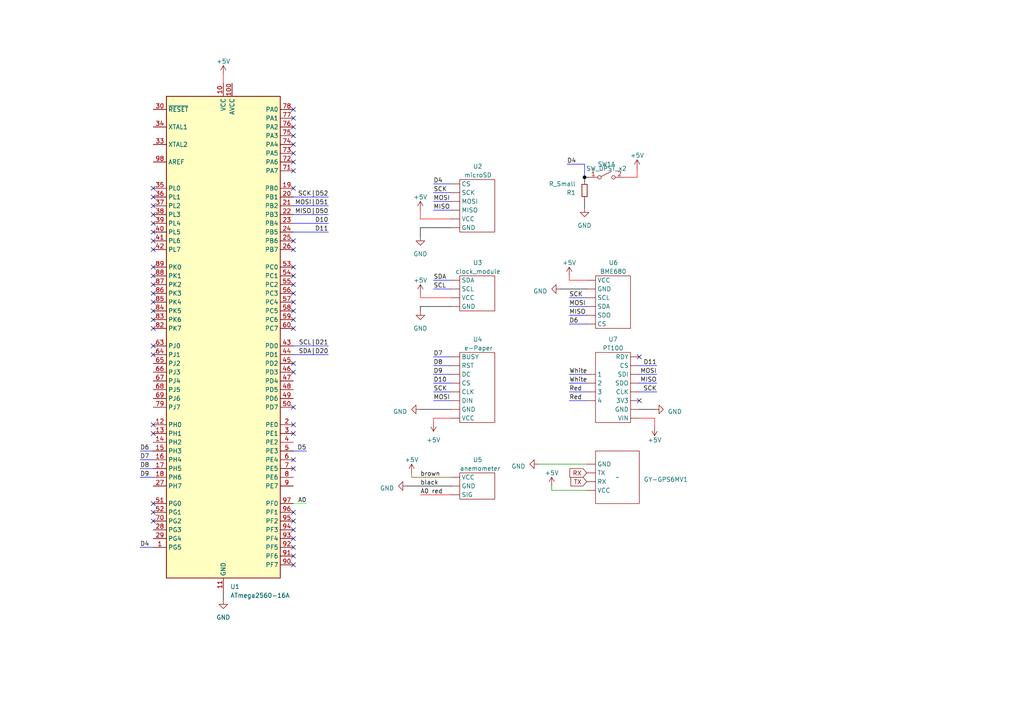
<source format=kicad_sch>
(kicad_sch (version 20230121) (generator eeschema)
  (paper "A4")
  (lib_symbols
    (symbol "Device:R_Small" (pin_numbers hide) (pin_names (offset 0.254) hide)
      (property "Reference" "R" (at 0.762 0.508 0))
      (property "Value" "R_Small" (at 0.762 -1.016 0))
      (symbol "R_Small_0_1"
        (rectangle (start -0.762 1.778) (end 0.762 -1.778) (stroke (width 0.2032)))
      )
      (symbol "R_Small_1_1"
        (pin passive line (at 0 2.54 270) (length 0.762) (name "~") (number "1"))
        (pin passive line (at 0 -2.54 90) (length 0.762) (name "~") (number "2"))
      )
    )
    (symbol "GPS:GY-GPS6MV2"
      (property "Reference" "GY-GPS6MV2" (at 5.08 0 90))
      (symbol "GY-GPS6MV2_0_1"
        (rectangle (start -6.35 7.62) (end 6.35 -7.62))
      )
      (symbol "GY-GPS6MV2_1_1"
        (pin power_in line (at -8.89 3.81 0) (length 2.54) (name "GND") (number ""))
        (pin input line (at -8.89 -1.27 0) (length 2.54) (name "RX") (number ""))
        (pin output line (at -8.89 1.27 0) (length 2.54) (name "TX") (number ""))
        (pin power_in line (at -8.89 -3.81 0) (length 2.54) (name "VCC") (number ""))
      )
    )
    (symbol "MCU_Microchip_ATmega:ATmega2560-16A"
      (property "Reference" "U" (at 0 1.27 0))
      (property "Value" "ATmega2560-16A" (at 0 -1.27 0))
      (symbol "ATmega2560-16A_0_1"
        (rectangle (start -16.51 -69.85) (end 16.51 69.85) (stroke (width 0.254)) (fill (type background)))
      )
      (symbol "ATmega2560-16A_1_1"
        (pin bidirectional line (at -20.32 -60.96 0) (length 3.81) (name "PG5") (number "1"))
        (pin power_in line (at 0 73.66 270) (length 3.81) (name "VCC") (number "10"))
        (pin power_in line (at 2.54 73.66 270) (length 3.81) (name "AVCC") (number "100"))
        (pin power_in line (at 0 -73.66 90) (length 3.81) (name "GND") (number "11"))
        (pin bidirectional line (at -20.32 -25.4 0) (length 3.81) (name "PH0") (number "12"))
        (pin bidirectional line (at -20.32 -27.94 0) (length 3.81) (name "PH1") (number "13"))
        (pin bidirectional line (at -20.32 -30.48 0) (length 3.81) (name "PH2") (number "14"))
        (pin bidirectional line (at -20.32 -33.02 0) (length 3.81) (name "PH3") (number "15"))
        (pin bidirectional line (at -20.32 -35.56 0) (length 3.81) (name "PH4") (number "16"))
        (pin bidirectional line (at -20.32 -38.1 0) (length 3.81) (name "PH5") (number "17"))
        (pin bidirectional line (at -20.32 -40.64 0) (length 3.81) (name "PH6") (number "18"))
        (pin bidirectional line (at 20.32 43.18 180) (length 3.81) (name "PB0") (number "19"))
        (pin bidirectional line (at 20.32 -25.4 180) (length 3.81) (name "PE0") (number "2"))
        (pin bidirectional line (at 20.32 40.64 180) (length 3.81) (name "PB1") (number "20"))
        (pin bidirectional line (at 20.32 38.1 180) (length 3.81) (name "PB2") (number "21"))
        (pin bidirectional line (at 20.32 35.56 180) (length 3.81) (name "PB3") (number "22"))
        (pin bidirectional line (at 20.32 33.02 180) (length 3.81) (name "PB4") (number "23"))
        (pin bidirectional line (at 20.32 30.48 180) (length 3.81) (name "PB5") (number "24"))
        (pin bidirectional line (at 20.32 27.94 180) (length 3.81) (name "PB6") (number "25"))
        (pin bidirectional line (at 20.32 25.4 180) (length 3.81) (name "PB7") (number "26"))
        (pin bidirectional line (at -20.32 -43.18 0) (length 3.81) (name "PH7") (number "27"))
        (pin bidirectional line (at -20.32 -55.88 0) (length 3.81) (name "PG3") (number "28"))
        (pin bidirectional line (at -20.32 -58.42 0) (length 3.81) (name "PG4") (number "29"))
        (pin bidirectional line (at 20.32 -27.94 180) (length 3.81) (name "PE1") (number "3"))
        (pin input line (at -20.32 66.04 0) (length 3.81) (name "~{RESET}") (number "30"))
        (pin passive line (at 0 73.66 270) (length 3.81) hide (name "VCC") (number "31"))
        (pin passive line (at 0 -73.66 90) (length 3.81) hide (name "GND") (number "32"))
        (pin output line (at -20.32 55.88 0) (length 3.81) (name "XTAL2") (number "33"))
        (pin input line (at -20.32 60.96 0) (length 3.81) (name "XTAL1") (number "34"))
        (pin bidirectional line (at -20.32 43.18 0) (length 3.81) (name "PL0") (number "35"))
        (pin bidirectional line (at -20.32 40.64 0) (length 3.81) (name "PL1") (number "36"))
        (pin bidirectional line (at -20.32 38.1 0) (length 3.81) (name "PL2") (number "37"))
        (pin bidirectional line (at -20.32 35.56 0) (length 3.81) (name "PL3") (number "38"))
        (pin bidirectional line (at -20.32 33.02 0) (length 3.81) (name "PL4") (number "39"))
        (pin bidirectional line (at 20.32 -30.48 180) (length 3.81) (name "PE2") (number "4"))
        (pin bidirectional line (at -20.32 30.48 0) (length 3.81) (name "PL5") (number "40"))
        (pin bidirectional line (at -20.32 27.94 0) (length 3.81) (name "PL6") (number "41"))
        (pin bidirectional line (at -20.32 25.4 0) (length 3.81) (name "PL7") (number "42"))
        (pin bidirectional line (at 20.32 -2.54 180) (length 3.81) (name "PD0") (number "43"))
        (pin bidirectional line (at 20.32 -5.08 180) (length 3.81) (name "PD1") (number "44"))
        (pin bidirectional line (at 20.32 -7.62 180) (length 3.81) (name "PD2") (number "45"))
        (pin bidirectional line (at 20.32 -10.16 180) (length 3.81) (name "PD3") (number "46"))
        (pin bidirectional line (at 20.32 -12.7 180) (length 3.81) (name "PD4") (number "47"))
        (pin bidirectional line (at 20.32 -15.24 180) (length 3.81) (name "PD5") (number "48"))
        (pin bidirectional line (at 20.32 -17.78 180) (length 3.81) (name "PD6") (number "49"))
        (pin bidirectional line (at 20.32 -33.02 180) (length 3.81) (name "PE3") (number "5"))
        (pin bidirectional line (at 20.32 -20.32 180) (length 3.81) (name "PD7") (number "50"))
        (pin bidirectional line (at -20.32 -48.26 0) (length 3.81) (name "PG0") (number "51"))
        (pin bidirectional line (at -20.32 -50.8 0) (length 3.81) (name "PG1") (number "52"))
        (pin bidirectional line (at 20.32 20.32 180) (length 3.81) (name "PC0") (number "53"))
        (pin bidirectional line (at 20.32 17.78 180) (length 3.81) (name "PC1") (number "54"))
        (pin bidirectional line (at 20.32 15.24 180) (length 3.81) (name "PC2") (number "55"))
        (pin bidirectional line (at 20.32 12.7 180) (length 3.81) (name "PC3") (number "56"))
        (pin bidirectional line (at 20.32 10.16 180) (length 3.81) (name "PC4") (number "57"))
        (pin bidirectional line (at 20.32 7.62 180) (length 3.81) (name "PC5") (number "58"))
        (pin bidirectional line (at 20.32 5.08 180) (length 3.81) (name "PC6") (number "59"))
        (pin bidirectional line (at 20.32 -35.56 180) (length 3.81) (name "PE4") (number "6"))
        (pin bidirectional line (at 20.32 2.54 180) (length 3.81) (name "PC7") (number "60"))
        (pin passive line (at 0 73.66 270) (length 3.81) hide (name "VCC") (number "61"))
        (pin passive line (at 0 -73.66 90) (length 3.81) hide (name "GND") (number "62"))
        (pin bidirectional line (at -20.32 -2.54 0) (length 3.81) (name "PJ0") (number "63"))
        (pin bidirectional line (at -20.32 -5.08 0) (length 3.81) (name "PJ1") (number "64"))
        (pin bidirectional line (at -20.32 -7.62 0) (length 3.81) (name "PJ2") (number "65"))
        (pin bidirectional line (at -20.32 -10.16 0) (length 3.81) (name "PJ3") (number "66"))
        (pin bidirectional line (at -20.32 -12.7 0) (length 3.81) (name "PJ4") (number "67"))
        (pin bidirectional line (at -20.32 -15.24 0) (length 3.81) (name "PJ5") (number "68"))
        (pin bidirectional line (at -20.32 -17.78 0) (length 3.81) (name "PJ6") (number "69"))
        (pin bidirectional line (at 20.32 -38.1 180) (length 3.81) (name "PE5") (number "7"))
        (pin bidirectional line (at -20.32 -53.34 0) (length 3.81) (name "PG2") (number "70"))
        (pin bidirectional line (at 20.32 48.26 180) (length 3.81) (name "PA7") (number "71"))
        (pin bidirectional line (at 20.32 50.8 180) (length 3.81) (name "PA6") (number "72"))
        (pin bidirectional line (at 20.32 53.34 180) (length 3.81) (name "PA5") (number "73"))
        (pin bidirectional line (at 20.32 55.88 180) (length 3.81) (name "PA4") (number "74"))
        (pin bidirectional line (at 20.32 58.42 180) (length 3.81) (name "PA3") (number "75"))
        (pin bidirectional line (at 20.32 60.96 180) (length 3.81) (name "PA2") (number "76"))
        (pin bidirectional line (at 20.32 63.5 180) (length 3.81) (name "PA1") (number "77"))
        (pin bidirectional line (at 20.32 66.04 180) (length 3.81) (name "PA0") (number "78"))
        (pin bidirectional line (at -20.32 -20.32 0) (length 3.81) (name "PJ7") (number "79"))
        (pin bidirectional line (at 20.32 -40.64 180) (length 3.81) (name "PE6") (number "8"))
        (pin passive line (at 0 73.66 270) (length 3.81) hide (name "VCC") (number "80"))
        (pin passive line (at 0 -73.66 90) (length 3.81) hide (name "GND") (number "81"))
        (pin bidirectional line (at -20.32 2.54 0) (length 3.81) (name "PK7") (number "82"))
        (pin bidirectional line (at -20.32 5.08 0) (length 3.81) (name "PK6") (number "83"))
        (pin bidirectional line (at -20.32 7.62 0) (length 3.81) (name "PK5") (number "84"))
        (pin bidirectional line (at -20.32 10.16 0) (length 3.81) (name "PK4") (number "85"))
        (pin bidirectional line (at -20.32 12.7 0) (length 3.81) (name "PK3") (number "86"))
        (pin bidirectional line (at -20.32 15.24 0) (length 3.81) (name "PK2") (number "87"))
        (pin bidirectional line (at -20.32 17.78 0) (length 3.81) (name "PK1") (number "88"))
        (pin bidirectional line (at -20.32 20.32 0) (length 3.81) (name "PK0") (number "89"))
        (pin bidirectional line (at 20.32 -43.18 180) (length 3.81) (name "PE7") (number "9"))
        (pin bidirectional line (at 20.32 -66.04 180) (length 3.81) (name "PF7") (number "90"))
        (pin bidirectional line (at 20.32 -63.5 180) (length 3.81) (name "PF6") (number "91"))
        (pin bidirectional line (at 20.32 -60.96 180) (length 3.81) (name "PF5") (number "92"))
        (pin bidirectional line (at 20.32 -58.42 180) (length 3.81) (name "PF4") (number "93"))
        (pin bidirectional line (at 20.32 -55.88 180) (length 3.81) (name "PF3") (number "94"))
        (pin bidirectional line (at 20.32 -53.34 180) (length 3.81) (name "PF2") (number "95"))
        (pin bidirectional line (at 20.32 -50.8 180) (length 3.81) (name "PF1") (number "96"))
        (pin bidirectional line (at 20.32 -48.26 180) (length 3.81) (name "PF0") (number "97"))
        (pin passive line (at -20.32 50.8 0) (length 3.81) (name "AREF") (number "98"))
        (pin passive line (at 0 -73.66 90) (length 3.81) hide (name "GND") (number "99"))
      )
    )
    (symbol "Switch:SW_DPST_x2" (pin_names (offset 0) hide)
      (property "Reference" "SW" (at 0 3.175 0))
      (property "Value" "SW_DPST_x2" (at 0 -2.54 0))
      (symbol "SW_DPST_x2_0_0"
        (circle (center -2.032 0) (radius 0.508))
        (polyline (pts (xy -1.524 0.254) (xy 1.524 1.778)))
        (circle (center 2.032 0) (radius 0.508))
      )
      (symbol "SW_DPST_x2_1_1"
        (pin passive line (at -5.08 0 0) (length 2.54) (name "A") (number "1"))
        (pin passive line (at 5.08 0 180) (length 2.54) (name "B") (number "2"))
      )
      (symbol "SW_DPST_x2_2_1"
        (pin passive line (at -5.08 0 0) (length 2.54) (name "A") (number "3"))
        (pin passive line (at 5.08 0 180) (length 2.54) (name "B") (number "4"))
      )
    )
    (symbol "custom_components:BME680" (pin_numbers hide)
      (property "Reference" "U" (at 0 12.7 0))
      (property "Value" "BME680" (at 0 10.16 0))
      (symbol "BME680_0_1"
        (rectangle (start -5.08 8.89) (end 5.08 -6.35))
      )
      (symbol "BME680_1_1"
        (pin input line (at -7.62 7.62 0) (length 2.54) (name "VCC") (number "1"))
        (pin input line (at -7.62 5.08 0) (length 2.54) (name "GND") (number "2"))
        (pin input line (at -7.62 2.54 0) (length 2.54) (name "SCL") (number "3"))
        (pin input line (at -7.62 0 0) (length 2.54) (name "SDA") (number "4"))
        (pin input line (at -7.62 -2.54 0) (length 2.54) (name "SDO") (number "5"))
        (pin input line (at -7.62 -5.08 0) (length 2.54) (name "CS") (number "6"))
      )
    )
    (symbol "custom_components:anemometer" (pin_numbers hide)
      (property "Reference" "U" (at 0 7.62 0))
      (property "Value" "anemometer" (at 0 5.08 0))
      (symbol "anemometer_0_1"
        (rectangle (start -5.08 3.81) (end 5.08 -3.81))
      )
      (symbol "anemometer_1_1"
        (pin input line (at -7.62 2.54 0) (length 2.54) (name "VCC") (number "1"))
        (pin input line (at -7.62 0 0) (length 2.54) (name "GND") (number "2"))
        (pin output line (at -7.62 -2.54 0) (length 2.54) (name "SIG") (number "3"))
      )
    )
    (symbol "custom_components:clock_module" (pin_numbers hide)
      (property "Reference" "U" (at 0 8.89 0))
      (property "Value" "clock_module" (at 0 6.35 0))
      (symbol "clock_module_0_1"
        (rectangle (start -5.08 5.08) (end 5.08 -5.08))
      )
      (symbol "clock_module_1_1"
        (pin bidirectional line (at -7.62 3.81 0) (length 2.54) (name "SDA") (number "1"))
        (pin input line (at -7.62 1.27 0) (length 2.54) (name "SCL") (number "2"))
        (pin input line (at -7.62 -1.27 0) (length 2.54) (name "VCC") (number "3"))
        (pin input line (at -7.62 -3.81 0) (length 2.54) (name "GND") (number "4"))
      )
    )
    (symbol "custom_components:e-Paper" (pin_numbers hide)
      (property "Reference" "U" (at 0 13.97 0))
      (property "Value" "e-Paper" (at 0 11.43 0))
      (symbol "e-Paper_1_1"
        (rectangle (start -5.08 10.16) (end 5.08 -10.16))
        (pin input line (at -7.62 8.89 0) (length 2.54) (name "BUSY") (number "1"))
        (pin input line (at -7.62 6.35 0) (length 2.54) (name "RST") (number "2"))
        (pin input line (at -7.62 3.81 0) (length 2.54) (name "DC") (number "3"))
        (pin input line (at -7.62 1.27 0) (length 2.54) (name "CS") (number "4"))
        (pin input line (at -7.62 -1.27 0) (length 2.54) (name "CLK") (number "5"))
        (pin input line (at -7.62 -3.81 0) (length 2.54) (name "DIN") (number "6"))
        (pin input line (at -7.62 -6.35 0) (length 2.54) (name "GND") (number "7"))
        (pin input line (at -7.62 -8.89 0) (length 2.54) (name "VCC") (number "8"))
      )
    )
    (symbol "custom_components:microSD" (pin_numbers hide)
      (property "Reference" "U" (at 0 11.43 0))
      (property "Value" "microSD" (at 0 8.89 0))
      (symbol "microSD_0_1"
        (rectangle (start -5.08 7.62) (end 5.08 -7.62))
      )
      (symbol "microSD_1_1"
        (pin input line (at -7.62 6.35 0) (length 2.54) (name "CS") (number "1"))
        (pin input line (at -7.62 3.81 0) (length 2.54) (name "SCK") (number "2"))
        (pin input line (at -7.62 1.27 0) (length 2.54) (name "MOSI") (number "3"))
        (pin output line (at -7.62 -1.27 0) (length 2.54) (name "MISO") (number "4"))
        (pin input line (at -7.62 -3.81 0) (length 2.54) (name "VCC") (number "5"))
        (pin input line (at -7.62 -6.35 0) (length 2.54) (name "GND") (number "6"))
      )
    )
    (symbol "custom_components:temperature_inside_pot" (pin_numbers hide)
      (property "Reference" "U" (at 0 11.43 0))
      (property "Value" "PT100" (at 0 8.89 0))
      (symbol "temperature_inside_pot_0_1"
        (rectangle (start -6.35 1.27) (end -6.35 1.27))
        (rectangle (start -5.08 7.62) (end 5.08 -12.7))
      )
      (symbol "temperature_inside_pot_1_1"
        (pin input line (at -7.62 1.27 0) (length 2.54) (name "1") (number "1"))
        (pin input line (at 7.62 -6.35 180) (length 2.54) (name "3V3") (number "10"))
        (pin input line (at 7.62 -8.89 180) (length 2.54) (name "GND") (number "11"))
        (pin input line (at 7.62 -11.43 180) (length 2.54) (name "VIN") (number "12"))
        (pin input line (at -7.62 -1.27 0) (length 2.54) (name "2") (number "2"))
        (pin input line (at -7.62 -3.81 0) (length 2.54) (name "3") (number "3"))
        (pin input line (at -7.62 -6.35 0) (length 2.54) (name "4") (number "4"))
        (pin input line (at 7.62 6.35 180) (length 2.54) (name "RDY") (number "5"))
        (pin input line (at 7.62 3.81 180) (length 2.54) (name "CS") (number "6"))
        (pin input line (at 7.62 1.27 180) (length 2.54) (name "SDI") (number "7"))
        (pin input line (at 7.62 -1.27 180) (length 2.54) (name "SDO") (number "8"))
        (pin input line (at 7.62 -3.81 180) (length 2.54) (name "CLK") (number "9"))
      )
    )
    (symbol "power:+5V" (power) (pin_names (offset 0))
      (property "Value" "+5V" (at 0 3.556 0))
      (symbol "+5V_0_1"
        (polyline (pts (xy -0.762 1.27) (xy 0 2.54)))
        (polyline (pts (xy 0 0) (xy 0 2.54)))
        (polyline (pts (xy 0 2.54) (xy 0.762 1.27)))
      )
      (symbol "+5V_1_1"
        (pin power_in line (at 0 0 90) (length 0) hide (name "+5V") (number "1"))
      )
    )
    (symbol "power:GND" (power) (pin_names (offset 0))
      (property "Value" "GND" (at 0 -3.81 0))
      (symbol "GND_0_1"
        (polyline (pts (xy 0 0) (xy 0 -1.27) (xy 1.27 -1.27) (xy 0 -2.54) (xy -1.27 -1.27) (xy 0 -1.27)))
      )
      (symbol "GND_1_1"
        (pin power_in line (at 0 0 270) (length 0) hide (name "GND") (number "1"))
      )
    )
  )
  (junction (at 169.545 51.435) (color 0 0 0 1))
  (no_connect (at 85.09 44.45))
  (no_connect (at 85.09 87.63))
  (no_connect (at 44.45 59.69))
  (no_connect (at 44.45 57.15))
  (no_connect (at 85.09 153.67))
  (no_connect (at 85.09 148.59))
  (no_connect (at 85.09 151.13))
  (no_connect (at 44.45 82.55))
  (no_connect (at 85.09 158.75))
  (no_connect (at 85.09 135.89))
  (no_connect (at 85.09 72.39))
  (no_connect (at 44.45 54.61))
  (no_connect (at 85.09 82.55))
  (no_connect (at 85.09 46.99))
  (no_connect (at 85.09 118.11))
  (no_connect (at 85.09 95.25))
  (no_connect (at 85.09 90.17))
  (no_connect (at 44.45 100.33))
  (no_connect (at 85.09 107.95))
  (no_connect (at 85.09 133.35))
  (no_connect (at 85.09 31.75))
  (no_connect (at 85.09 161.29))
  (no_connect (at 85.09 92.71))
  (no_connect (at 85.09 36.83))
  (no_connect (at 44.45 148.59))
  (no_connect (at 44.45 90.17))
  (no_connect (at 44.45 87.63))
  (no_connect (at 85.09 85.09))
  (no_connect (at 85.09 77.47))
  (no_connect (at 85.09 34.29))
  (no_connect (at 44.45 64.77))
  (no_connect (at 85.09 125.73))
  (no_connect (at 44.45 95.25))
  (no_connect (at 44.45 146.05))
  (no_connect (at 44.45 72.39))
  (no_connect (at 85.09 49.53))
  (no_connect (at 185.42 116.205))
  (no_connect (at 44.45 62.23))
  (no_connect (at 44.45 85.09))
  (no_connect (at 44.45 69.85))
  (no_connect (at 185.42 103.505))
  (no_connect (at 44.45 80.01))
  (no_connect (at 85.09 39.37))
  (no_connect (at 85.09 105.41))
  (no_connect (at 85.09 163.83))
  (no_connect (at 85.09 156.21))
  (no_connect (at 85.09 69.85))
  (no_connect (at 44.45 92.71))
  (no_connect (at 85.09 54.61))
  (no_connect (at 44.45 151.13))
  (no_connect (at 44.45 102.87))
  (no_connect (at 44.45 125.73))
  (no_connect (at 44.45 123.19))
  (no_connect (at 44.45 77.47))
  (no_connect (at 85.09 41.91))
  (no_connect (at 85.09 80.01))
  (no_connect (at 44.45 67.31))
  (no_connect (at 85.09 123.19))
  (wire (pts (xy 125.73 116.205) (xy 130.81 116.205)) (stroke (width 0) (color 0 0 255 1)))
  (wire (pts (xy 162.56 83.82) (xy 170.18 83.82)) (stroke (width 0) (color 0 0 0 1)))
  (wire (pts (xy 165.1 81.28) (xy 165.1 80.01)) (stroke (width 0) (color 255 0 0 1)))
  (wire (pts (xy 164.465 47.625) (xy 169.545 47.625)) (stroke (width 0) (color 0 0 255 1)))
  (wire (pts (xy 121.92 66.04) (xy 130.81 66.04)) (stroke (width 0) (color 0 0 0 1)))
  (wire (pts (xy 125.73 81.28) (xy 130.81 81.28)) (stroke (width 0) (color 0 0 255 1)))
  (wire (pts (xy 185.42 111.125) (xy 190.5 111.125)) (stroke (width 0) (color 0 0 255 1)))
  (wire (pts (xy 121.92 86.36) (xy 121.92 85.09)) (stroke (width 0) (color 255 0 0 1)))
  (wire (pts (xy 85.09 102.87) (xy 95.25 102.87)) (stroke (width 0) (color 0 0 255 1)))
  (wire (pts (xy 121.92 88.9) (xy 130.81 88.9)) (stroke (width 0) (color 0 0 0 1)))
  (wire (pts (xy 85.09 59.69) (xy 95.25 59.69)) (stroke (width 0) (color 0 0 255 1)))
  (wire (pts (xy 165.1 113.665) (xy 170.18 113.665)) (stroke (width 0) (color 0 0 255 1)))
  (wire (pts (xy 169.545 60.325) (xy 169.545 57.785)) (stroke (width 0) (color 0 0 0 1)))
  (wire (pts (xy 165.1 86.36) (xy 170.18 86.36)) (stroke (width 0) (color 0 0 255 1)))
  (wire (pts (xy 85.09 64.77) (xy 95.25 64.77)) (stroke (width 0) (color 0 0 255 1)))
  (wire (pts (xy 64.77 171.45) (xy 64.77 173.99)) (stroke (width 0) (color 0 0 0 1)))
  (wire (pts (xy 169.545 47.625) (xy 169.545 51.435)) (stroke (width 0) (color 0 0 255 1)))
  (wire (pts (xy 180.975 51.435) (xy 184.785 51.435)) (stroke (width 0) (color 255 0 0 1)))
  (wire (pts (xy 165.1 93.98) (xy 170.18 93.98)) (stroke (width 0) (color 0 0 255 1)))
  (wire (pts (xy 121.92 88.9) (xy 121.92 90.17)) (stroke (width 0) (color 0 0 0 1)))
  (wire (pts (xy 125.73 121.285) (xy 130.81 121.285)) (stroke (width 0) (color 255 0 0 1)))
  (wire (pts (xy 121.92 63.5) (xy 130.81 63.5)) (stroke (width 0) (color 255 0 0 1)))
  (wire (pts (xy 125.73 58.42) (xy 130.81 58.42)) (stroke (width 0) (color 0 0 255 1)))
  (wire (pts (xy 85.09 100.33) (xy 95.25 100.33)) (stroke (width 0) (color 0 0 255 1)))
  (wire (pts (xy 85.09 67.31) (xy 95.25 67.31)) (stroke (width 0) (color 0 0 255 1)))
  (wire (pts (xy 185.42 121.285) (xy 189.865 121.285)) (stroke (width 0) (color 255 0 0 1)))
  (wire (pts (xy 125.73 55.88) (xy 130.81 55.88)) (stroke (width 0) (color 0 0 255 1)))
  (wire (pts (xy 121.92 86.36) (xy 130.81 86.36)) (stroke (width 0) (color 255 0 0 1)))
  (wire (pts (xy 125.73 83.82) (xy 130.81 83.82)) (stroke (width 0) (color 0 0 255 1)))
  (wire (pts (xy 125.73 111.125) (xy 130.81 111.125)) (stroke (width 0) (color 0 0 255 1)))
  (wire (pts (xy 185.42 113.665) (xy 190.5 113.665)) (stroke (width 0) (color 0 0 255 1)))
  (wire (pts (xy 165.1 116.205) (xy 170.18 116.205)) (stroke (width 0) (color 0 0 255 1)))
  (wire (pts (xy 118.11 140.97) (xy 130.81 140.97)) (stroke (width 0) (color 0 0 0 1)))
  (wire (pts (xy 125.73 103.505) (xy 130.81 103.505)) (stroke (width 0) (color 0 0 255 1)))
  (wire (pts (xy 40.64 130.81) (xy 44.45 130.81)) (stroke (width 0) (color 0 0 255 1)))
  (wire (pts (xy 119.38 138.43) (xy 130.81 138.43)) (stroke (width 0) (color 128 77 0 1)))
  (wire (pts (xy 85.09 57.15) (xy 95.25 57.15)) (stroke (width 0) (color 0 0 255 1)))
  (wire (pts (xy 40.64 133.35) (xy 44.45 133.35)) (stroke (width 0) (color 0 0 255 1)))
  (wire (pts (xy 185.42 108.585) (xy 190.5 108.585)) (stroke (width 0) (color 0 0 255 1)))
  (wire (pts (xy 125.73 113.665) (xy 130.81 113.665)) (stroke (width 0) (color 0 0 255 1)))
  (wire (pts (xy 125.73 53.34) (xy 130.81 53.34)) (stroke (width 0) (color 0 0 255 1)))
  (wire (pts (xy 40.64 158.75) (xy 44.45 158.75)) (stroke (width 0) (color 0 0 255 1)))
  (wire (pts (xy 189.865 121.285) (xy 189.865 123.825)) (stroke (width 0) (color 255 0 0 1)))
  (wire (pts (xy 85.09 62.23) (xy 95.25 62.23)) (stroke (width 0) (color 0 0 255 1)))
  (wire (pts (xy 121.92 66.04) (xy 121.92 68.58)) (stroke (width 0) (color 0 0 0 1)))
  (wire (pts (xy 165.1 81.28) (xy 170.18 81.28)) (stroke (width 0) (color 255 0 0 1)))
  (wire (pts (xy 184.785 51.435) (xy 184.785 48.895)) (stroke (width 0) (color 255 0 0 1)))
  (wire (pts (xy 40.64 138.43) (xy 44.45 138.43)) (stroke (width 0) (color 0 0 255 1)))
  (wire (pts (xy 165.1 88.9) (xy 170.18 88.9)) (stroke (width 0) (color 0 0 255 1)))
  (wire (pts (xy 119.38 138.43) (xy 119.38 137.16)) (stroke (width 0) (color 128 77 0 1)))
  (wire (pts (xy 121.92 118.745) (xy 130.81 118.745)) (stroke (width 0) (color 0 0 0 1)))
  (wire (pts (xy 170.815 51.435) (xy 169.545 51.435)) (stroke (width 0) (color 0 0 0 1)))
  (wire (pts (xy 121.92 143.51) (xy 130.81 143.51)) (stroke (width 0) (color 255 0 0 1)))
  (wire (pts (xy 125.73 60.96) (xy 130.81 60.96)) (stroke (width 0) (color 0 0 255 1)))
  (wire (pts (xy 185.42 118.745) (xy 189.865 118.745)) (stroke (width 0) (color 0 0 0 1)))
  (wire (pts (xy 165.1 108.585) (xy 170.18 108.585)) (stroke (width 0) (color 0 0 255 1)))
  (wire (pts (xy 160.02 142.24) (xy 170.18 142.24)))
  (wire (pts (xy 165.1 111.125) (xy 170.18 111.125)) (stroke (width 0) (color 0 0 255 1)))
  (wire (pts (xy 125.73 121.285) (xy 125.73 122.555)) (stroke (width 0) (color 255 0 0 1)))
  (wire (pts (xy 169.545 51.435) (xy 169.545 52.705)) (stroke (width 0) (color 0 0 0 1)))
  (wire (pts (xy 40.64 135.89) (xy 44.45 135.89)) (stroke (width 0) (color 0 0 255 1)))
  (wire (pts (xy 185.42 106.045) (xy 190.5 106.045)) (stroke (width 0) (color 0 0 255 1)))
  (wire (pts (xy 85.09 130.81) (xy 88.9 130.81)) (stroke (width 0) (color 0 0 255 1)))
  (wire (pts (xy 85.09 146.05) (xy 88.9 146.05)) (stroke (width 0) (color 0 255 0 1)))
  (wire (pts (xy 125.73 108.585) (xy 130.81 108.585)) (stroke (width 0) (color 0 0 255 1)))
  (wire (pts (xy 165.1 91.44) (xy 170.18 91.44)) (stroke (width 0) (color 0 0 255 1)))
  (wire (pts (xy 156.21 134.62) (xy 170.18 134.62)))
  (wire (pts (xy 160.02 140.97) (xy 160.02 142.24)))
  (wire (pts (xy 121.92 63.5) (xy 121.92 60.96)) (stroke (width 0) (color 255 0 0 1)))
  (wire (pts (xy 125.73 106.045) (xy 130.81 106.045)) (stroke (width 0) (color 0 0 255 1)))
  (wire (pts (xy 64.77 21.59) (xy 64.77 24.13)) (stroke (width 0) (color 255 0 0 1)))
  (label "A0" (at 88.9 146.05 180))
  (label "D11" (at 95.25 67.31 180))
  (label "D4" (at 40.64 158.75 0))
  (label "SCK" (at 125.73 55.88 0))
  (label "D10" (at 95.25 64.77 180))
  (label "White" (at 165.1 108.585 0))
  (label "A0 red" (at 121.92 143.51 0))
  (label "Red" (at 165.1 113.665 0))
  (label "SCL" (at 125.73 83.82 0))
  (label "SCK" (at 125.73 113.665 0))
  (label "D4" (at 164.465 47.625 0))
  (label "MOSI" (at 125.73 116.205 0))
  (label "MOSI|D51" (at 95.25 59.69 180))
  (label "D10" (at 125.73 111.125 0))
  (label "D7" (at 125.73 103.505 0))
  (label "MISO" (at 190.5 111.125 180))
  (label "black" (at 121.92 140.97 0))
  (label "D11" (at 190.5 106.045 180))
  (label "D7" (at 40.64 133.35 0))
  (label "MOSI" (at 165.1 88.9 0))
  (label "D8" (at 40.64 135.89 0))
  (label "D9" (at 125.73 108.585 0))
  (label "MISO" (at 125.73 60.96 0))
  (label "MOSI" (at 125.73 58.42 0))
  (label "MISO|D50" (at 95.25 62.23 180))
  (label "D9" (at 40.64 138.43 0))
  (label "SCL|D21" (at 95.25 100.33 180))
  (label "SCK" (at 165.1 86.36 0))
  (label "SDA" (at 125.73 81.28 0))
  (label "brown" (at 121.92 138.43 0))
  (label "D4" (at 125.73 53.34 0))
  (label "MOSI" (at 190.5 108.585 180))
  (label "D5" (at 88.9 130.81 180))
  (label "D8" (at 125.73 106.045 0))
  (label "D6" (at 40.64 130.81 0))
  (label "SCK|D52" (at 95.25 57.15 180))
  (label "SDA|D20" (at 95.25 102.87 180))
  (label "SCK" (at 190.5 113.665 180))
  (label "MISO" (at 165.1 91.44 0))
  (label "White" (at 165.1 111.125 0))
  (label "Red" (at 165.1 116.205 0))
  (label "D6" (at 165.1 93.98 0))
  (global_label "TX" (shape input) (at 170.18 139.7 180) (property "Intersheetrefs" "${INTERSHEET_REFS}" (effects hide)))
  (global_label "RX" (shape input) (at 170.18 137.16 180) (property "Intersheetrefs" "${INTERSHEET_REFS}" (effects hide)))
  (symbol (lib_id "power:GND") (at 121.92 118.745 270) (unit 1)
    (property "Reference" "#PWR07" (effects hide))
    (property "Value" "GND" (at 118.11 119.38 90) (effects (justify right)))
  )
  (symbol (lib_id "power:GND") (at 64.77 173.99 0) (unit 1)
    (property "Reference" "#PWR02" (effects hide))
    (property "Value" "GND" (at 64.77 179.07 0))
  )
  (symbol (lib_id "power:GND") (at 169.545 60.325 0) (unit 1)
    (property "Reference" "#PWR011" (effects hide))
    (property "Value" "GND" (at 169.545 65.405 0))
  )
  (symbol (lib_id "power:+5V") (at 184.785 48.895 0) (unit 1)
    (property "Reference" "#PWR012" (effects hide))
    (property "Value" "+5V" (at 184.785 45.085 0))
  )
  (symbol (lib_id "power:+5V") (at 64.77 21.59 0) (unit 1)
    (property "Reference" "#PWR01" (effects hide))
    (property "Value" "+5V" (at 64.77 17.78 0))
  )
  (symbol (lib_id "GPS:GY-GPS6MV2") (at 179.07 138.43 0) (unit 1)
    (property "Reference" "GY-GPS6MV1" (at 186.69 139.065 0) (effects (justify left)))
    (property "Value" "~" (at 179.07 138.43 0))
  )
  (symbol (lib_id "power:+5V") (at 119.38 137.16 0) (unit 1)
    (property "Reference" "#PWR09" (effects hide))
    (property "Value" "+5V" (at 119.38 133.35 0))
  )
  (symbol (lib_id "power:+5V") (at 189.865 123.825 0) (mirror x) (unit 1)
    (property "Reference" "#PWR015" (effects hide))
    (property "Value" "+5V" (at 189.865 127.635 0))
  )
  (symbol (lib_id "power:+5V") (at 165.1 80.01 0) (unit 1)
    (property "Reference" "#PWR013" (effects hide))
    (property "Value" "+5V" (at 165.1 76.2 0))
  )
  (symbol (lib_id "power:GND") (at 162.56 83.82 270) (unit 1)
    (property "Reference" "#PWR014" (effects hide))
    (property "Value" "GND" (at 158.75 84.455 90) (effects (justify right)))
  )
  (symbol (lib_id "power:+5V") (at 125.73 122.555 180) (unit 1)
    (property "Reference" "#PWR08" (effects hide))
    (property "Value" "+5V" (at 125.73 127.635 0))
  )
  (symbol (lib_id "power:GND") (at 121.92 90.17 0) (unit 1)
    (property "Reference" "#PWR06" (effects hide))
    (property "Value" "GND" (at 121.92 95.25 0))
  )
  (symbol (lib_id "custom_components:temperature_inside_pot") (at 177.8 109.855 0) (unit 1)
    (property "Reference" "U7" (at 177.8 98.425 0))
    (property "Value" "PT100" (at 177.8 100.965 0))
  )
  (symbol (lib_id "Switch:SW_DPST_x2") (at 175.895 51.435 0) (unit 1)
    (property "Reference" "SW1" (at 175.895 47.625 0))
    (property "Value" "SW_DPST_x2" (at 175.895 48.895 0))
  )
  (symbol (lib_id "power:GND") (at 189.865 118.745 90) (mirror x) (unit 1)
    (property "Reference" "#PWR016" (effects hide))
    (property "Value" "GND" (at 193.675 119.38 90) (effects (justify right)))
  )
  (symbol (lib_id "power:+5V") (at 121.92 60.96 0) (unit 1)
    (property "Reference" "#PWR03" (effects hide))
    (property "Value" "+5V" (at 121.92 57.15 0))
  )
  (symbol (lib_id "MCU_Microchip_ATmega:ATmega2560-16A") (at 64.77 97.79 0) (unit 1)
    (property "Reference" "U1" (at 66.7894 170.18 0) (effects (justify left)))
    (property "Value" "ATmega2560-16A" (at 66.7894 172.72 0) (effects (justify left)))
    (property "Footprint" "Package_QFP:TQFP-100_14x14mm_P0.5mm" (effects hide))
    (property "Datasheet" "http://ww1.microchip.com/downloads/en/DeviceDoc/Atmel-2549-8-bit-AVR-Microcontroller-ATmega640-1280-1281-2560-2561_datasheet.pdf" (effects hide))
  )
  (symbol (lib_id "power:+5V") (at 121.92 85.09 0) (unit 1)
    (property "Reference" "#PWR05" (effects hide))
    (property "Value" "+5V" (at 121.92 81.28 0))
  )
  (symbol (lib_id "power:GND") (at 156.21 134.62 270) (unit 1)
    (property "Reference" "#PWR018" (effects hide))
    (property "Value" "GND" (at 152.4 135.255 90) (effects (justify right)))
  )
  (symbol (lib_id "custom_components:microSD") (at 138.43 59.69 0) (unit 1)
    (property "Reference" "U2" (at 137.16 48.26 0) (effects (justify left)))
    (property "Value" "microSD" (at 134.62 50.8 0) (effects (justify left)))
  )
  (symbol (lib_id "power:+5V") (at 160.02 140.97 0) (unit 1)
    (property "Reference" "#PWR017" (effects hide))
    (property "Value" "+5V" (at 160.02 137.16 0))
  )
  (symbol (lib_id "custom_components:e-Paper") (at 138.43 112.395 0) (unit 1)
    (property "Reference" "U4" (at 137.16 98.425 0) (effects (justify left)))
    (property "Value" "e-Paper" (at 134.62 100.965 0) (effects (justify left)))
  )
  (symbol (lib_id "power:GND") (at 118.11 140.97 270) (unit 1)
    (property "Reference" "#PWR010" (effects hide))
    (property "Value" "GND" (at 114.3 141.605 90) (effects (justify right)))
  )
  (symbol (lib_id "Device:R_Small") (at 169.545 55.245 180) (unit 1)
    (property "Reference" "R1" (at 167.005 55.88 0) (effects (justify left)))
    (property "Value" "R_Small" (at 167.005 53.34 0) (effects (justify left)))
  )
  (symbol (lib_id "custom_components:anemometer") (at 138.43 140.97 0) (unit 1)
    (property "Reference" "U5" (at 137.16 133.35 0) (effects (justify left)))
    (property "Value" "anemometer" (at 133.35 135.89 0) (effects (justify left)))
  )
  (symbol (lib_id "custom_components:clock_module") (at 138.43 85.09 0) (unit 1)
    (property "Reference" "U3" (at 137.16 76.2 0) (effects (justify left)))
    (property "Value" "clock_module" (at 132.08 78.74 0) (effects (justify left)))
  )
  (symbol (lib_id "power:GND") (at 121.92 68.58 0) (unit 1)
    (property "Reference" "#PWR04" (effects hide))
    (property "Value" "GND" (at 121.92 73.66 0))
  )
  (symbol (lib_id "custom_components:BME680") (at 177.8 88.9 0) (unit 1)
    (property "Reference" "U6" (at 176.53 76.2 0) (effects (justify left)))
    (property "Value" "BME680" (at 173.99 78.74 0) (effects (justify left)))
  )
)
</source>
